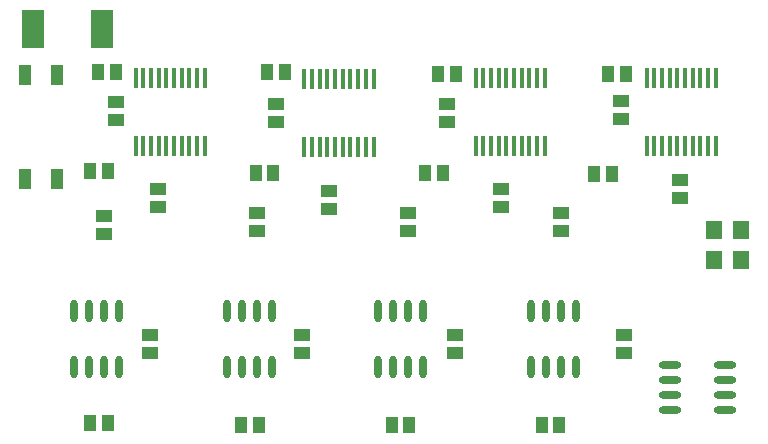
<source format=gtp>
G04 Layer_Color=8421504*
%FSLAX25Y25*%
%MOIN*%
G70*
G01*
G75*
%ADD10R,0.04331X0.05512*%
%ADD11R,0.05512X0.04331*%
%ADD12O,0.02362X0.07480*%
%ADD13R,0.04331X0.06693*%
%ADD14R,0.07283X0.12500*%
%ADD15O,0.07480X0.02362*%
%ADD16R,0.01600X0.07000*%
%ADD17R,0.05500X0.06400*%
D10*
X475953Y336500D02*
D03*
X470047D02*
D03*
X419453D02*
D03*
X413547D02*
D03*
X362453Y337000D02*
D03*
X356547D02*
D03*
X305953Y337000D02*
D03*
X300047D02*
D03*
X471453Y303000D02*
D03*
X465547D02*
D03*
X414953Y303500D02*
D03*
X409047D02*
D03*
X358500Y303500D02*
D03*
X352594D02*
D03*
X297547Y304000D02*
D03*
X303453D02*
D03*
X453905Y219500D02*
D03*
X448000D02*
D03*
X403905Y219370D02*
D03*
X398000D02*
D03*
X353776Y219500D02*
D03*
X347870D02*
D03*
X303453Y220000D02*
D03*
X297547D02*
D03*
D11*
X474500Y321547D02*
D03*
Y327453D02*
D03*
X416500Y320547D02*
D03*
Y326453D02*
D03*
X359500Y320547D02*
D03*
Y326453D02*
D03*
X306000Y321047D02*
D03*
Y326953D02*
D03*
X475500Y243547D02*
D03*
Y249453D02*
D03*
X494000Y300953D02*
D03*
Y295047D02*
D03*
X434500Y298000D02*
D03*
Y292094D02*
D03*
X377000Y297453D02*
D03*
Y291547D02*
D03*
X320000Y297953D02*
D03*
Y292047D02*
D03*
X302000Y288953D02*
D03*
Y283047D02*
D03*
X454500Y289953D02*
D03*
Y284047D02*
D03*
X403500Y289953D02*
D03*
Y284047D02*
D03*
X353000Y290000D02*
D03*
Y284095D02*
D03*
X419000Y243547D02*
D03*
Y249453D02*
D03*
X368000Y243547D02*
D03*
Y249453D02*
D03*
X317500Y243547D02*
D03*
Y249453D02*
D03*
D12*
X444500Y238748D02*
D03*
X449500D02*
D03*
X454500D02*
D03*
X459500D02*
D03*
X444500Y257252D02*
D03*
X449500D02*
D03*
X454500D02*
D03*
X459500D02*
D03*
X393500Y238748D02*
D03*
X398500D02*
D03*
X403500D02*
D03*
X408500D02*
D03*
X393500Y257252D02*
D03*
X398500D02*
D03*
X403500D02*
D03*
X408500D02*
D03*
X343000Y238748D02*
D03*
X348000D02*
D03*
X353000D02*
D03*
X358000D02*
D03*
X343000Y257252D02*
D03*
X348000D02*
D03*
X353000D02*
D03*
X358000D02*
D03*
X292000Y238748D02*
D03*
X297000D02*
D03*
X302000D02*
D03*
X307000D02*
D03*
X292000Y257252D02*
D03*
X297000D02*
D03*
X302000D02*
D03*
X307000D02*
D03*
D13*
X286315Y301500D02*
D03*
X275685D02*
D03*
X286315Y336000D02*
D03*
X275685D02*
D03*
D14*
X301441Y351500D02*
D03*
X278500D02*
D03*
D15*
X509252Y224500D02*
D03*
Y229500D02*
D03*
Y234500D02*
D03*
Y239500D02*
D03*
X490748Y224500D02*
D03*
Y229500D02*
D03*
Y234500D02*
D03*
Y239500D02*
D03*
D16*
X482968Y312400D02*
D03*
X485527D02*
D03*
X488087D02*
D03*
X490646D02*
D03*
X493205D02*
D03*
X495764D02*
D03*
X498323D02*
D03*
X500882D02*
D03*
X503441D02*
D03*
X506000D02*
D03*
Y335000D02*
D03*
X503441D02*
D03*
X500882D02*
D03*
X498323D02*
D03*
X495764D02*
D03*
X493205D02*
D03*
X490646D02*
D03*
X488087D02*
D03*
X485527D02*
D03*
X482968D02*
D03*
X425968Y312400D02*
D03*
X428527D02*
D03*
X431087D02*
D03*
X433646D02*
D03*
X436205D02*
D03*
X438764D02*
D03*
X441323D02*
D03*
X443882D02*
D03*
X446441D02*
D03*
X449000D02*
D03*
Y335000D02*
D03*
X446441D02*
D03*
X443882D02*
D03*
X441323D02*
D03*
X438764D02*
D03*
X436205D02*
D03*
X433646D02*
D03*
X431087D02*
D03*
X428527D02*
D03*
X425968D02*
D03*
X368900Y312050D02*
D03*
X371459D02*
D03*
X374018D02*
D03*
X376577D02*
D03*
X379136D02*
D03*
X381695D02*
D03*
X384254D02*
D03*
X386813D02*
D03*
X389372D02*
D03*
X391932D02*
D03*
Y334650D02*
D03*
X389372D02*
D03*
X386813D02*
D03*
X384254D02*
D03*
X381695D02*
D03*
X379136D02*
D03*
X376577D02*
D03*
X374018D02*
D03*
X371459D02*
D03*
X368900D02*
D03*
X312605Y334950D02*
D03*
X315164D02*
D03*
X317723D02*
D03*
X320282D02*
D03*
X322841D02*
D03*
X325400D02*
D03*
X327959D02*
D03*
X330518D02*
D03*
X333077D02*
D03*
X335636D02*
D03*
Y312350D02*
D03*
X333077D02*
D03*
X330518D02*
D03*
X327959D02*
D03*
X325400D02*
D03*
X322841D02*
D03*
X320282D02*
D03*
X317723D02*
D03*
X315164D02*
D03*
X312605D02*
D03*
D17*
X505500Y274500D02*
D03*
X514500D02*
D03*
X505500Y284500D02*
D03*
X514500D02*
D03*
M02*

</source>
